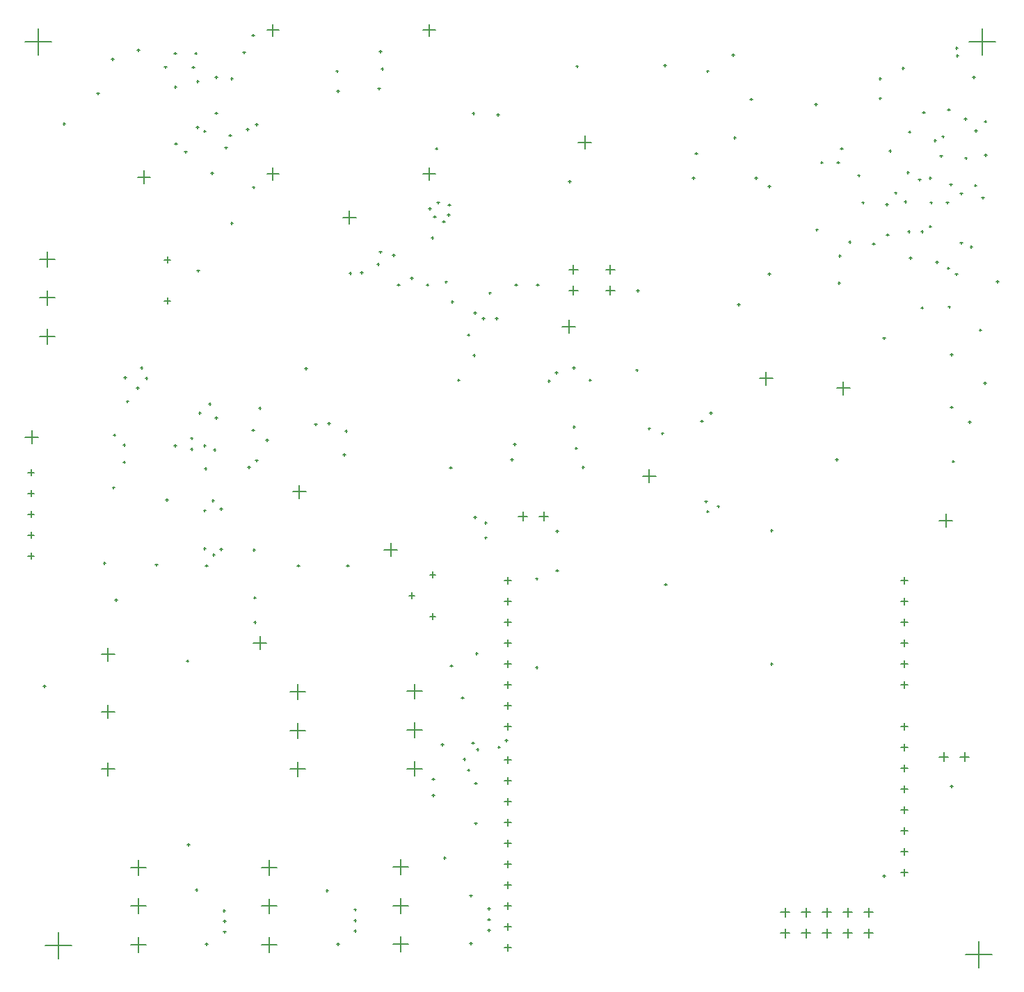
<source format=gbr>
%TF.GenerationSoftware,Altium Limited,Altium Designer,25.2.1 (25)*%
G04 Layer_Color=128*
%FSLAX45Y45*%
%MOMM*%
%TF.SameCoordinates,EF3F7739-EB0C-4DF3-8AA3-BEF7F1336093*%
%TF.FilePolarity,Positive*%
%TF.FileFunction,Drillmap*%
%TF.Part,Single*%
G01*
G75*
%TA.AperFunction,NonConductor*%
%ADD142C,0.12700*%
D142*
X10790500Y2609201D02*
X10875500D01*
X10833000Y2566700D02*
Y2651701D01*
X10790500Y2863201D02*
X10875500D01*
X10833000Y2820700D02*
Y2905701D01*
X5964500Y1186801D02*
X6049500D01*
X6007000Y1144300D02*
Y1229301D01*
X5964500Y424801D02*
X6049500D01*
X6007000Y382300D02*
Y467301D01*
X10790500Y3625201D02*
X10875500D01*
X10833000Y3582700D02*
Y3667701D01*
X5964500Y678801D02*
X6049500D01*
X6007000Y636300D02*
Y721301D01*
X5964500Y932801D02*
X6049500D01*
X6007000Y890300D02*
Y975301D01*
X5964500Y1440801D02*
X6049500D01*
X6007000Y1398300D02*
Y1483301D01*
X5964500Y1694801D02*
X6049500D01*
X6007000Y1652300D02*
Y1737301D01*
X5964500Y1948801D02*
X6049500D01*
X6007000Y1906300D02*
Y1991301D01*
X5964500Y2202801D02*
X6049500D01*
X6007000Y2160300D02*
Y2245301D01*
X5964500Y2456801D02*
X6049500D01*
X6007000Y2414300D02*
Y2499301D01*
X5964500Y3117201D02*
X6049500D01*
X6007000Y3074700D02*
Y3159701D01*
X5964500Y2710801D02*
X6049500D01*
X6007000Y2668300D02*
Y2753301D01*
X5964500Y3371201D02*
X6049500D01*
X6007000Y3328700D02*
Y3413701D01*
X5964500Y3625201D02*
X6049500D01*
X6007000Y3582700D02*
Y3667701D01*
X5964500Y3879201D02*
X6049500D01*
X6007000Y3836700D02*
Y3921701D01*
X5964500Y4133201D02*
X6049500D01*
X6007000Y4090700D02*
Y4175701D01*
X5964500Y4387201D02*
X6049500D01*
X6007000Y4344700D02*
Y4429701D01*
X5964500Y4641201D02*
X6049500D01*
X6007000Y4598700D02*
Y4683701D01*
X10790500Y4895201D02*
X10875500D01*
X10833000Y4852700D02*
Y4937701D01*
X5964500Y4895201D02*
X6049500D01*
X6007000Y4852700D02*
Y4937701D01*
X10790500Y4641201D02*
X10875500D01*
X10833000Y4598700D02*
Y4683701D01*
X10790500Y4387201D02*
X10875500D01*
X10833000Y4344700D02*
Y4429701D01*
X10790500Y4133201D02*
X10875500D01*
X10833000Y4090700D02*
Y4175701D01*
X10790500Y3879201D02*
X10875500D01*
X10833000Y3836700D02*
Y3921701D01*
X10790500Y3117201D02*
X10875500D01*
X10833000Y3074700D02*
Y3159701D01*
X10790500Y2355201D02*
X10875500D01*
X10833000Y2312700D02*
Y2397701D01*
X10790500Y2101201D02*
X10875500D01*
X10833000Y2058700D02*
Y2143701D01*
X10790500Y1847201D02*
X10875500D01*
X10833000Y1804700D02*
Y1889701D01*
X10790500Y1593201D02*
X10875500D01*
X10833000Y1550700D02*
Y1635701D01*
X10790500Y1339201D02*
X10875500D01*
X10833000Y1296700D02*
Y1381701D01*
X163425Y6214128D02*
X244425D01*
X203925Y6173627D02*
Y6254628D01*
X163425Y5960128D02*
X244425D01*
X203925Y5919627D02*
Y6000628D01*
X163425Y5706128D02*
X244425D01*
X203925Y5665627D02*
Y5746628D01*
X163425Y5452128D02*
X244425D01*
X203925Y5411627D02*
Y5492628D01*
X163425Y5198128D02*
X244425D01*
X203925Y5157627D02*
Y5238628D01*
X307425Y7870127D02*
X492425D01*
X399925Y7777627D02*
Y7962627D01*
X307425Y8340127D02*
X492425D01*
X399925Y8247627D02*
Y8432627D01*
X307425Y8810127D02*
X492425D01*
X399925Y8717627D02*
Y8902627D01*
X1417053Y1402178D02*
X1602053D01*
X1509553Y1309678D02*
Y1494678D01*
X1417053Y932178D02*
X1602053D01*
X1509553Y839678D02*
Y1024678D01*
X1417053Y462178D02*
X1602053D01*
X1509553Y369678D02*
Y554678D01*
X4777500Y3547732D02*
X4962500D01*
X4870000Y3455232D02*
Y3640232D01*
X4777500Y3077732D02*
X4962500D01*
X4870000Y2985232D02*
Y3170232D01*
X4777500Y2607732D02*
X4962500D01*
X4870000Y2515232D02*
Y2700232D01*
X4613128Y1408051D02*
X4798128D01*
X4705628Y1315551D02*
Y1500550D01*
X4613128Y938051D02*
X4798128D01*
X4705628Y845551D02*
Y1030551D01*
X4613128Y468051D02*
X4798128D01*
X4705628Y375551D02*
Y560551D01*
X3013128Y462151D02*
X3198127D01*
X3105628Y369651D02*
Y554651D01*
X3013128Y932151D02*
X3198127D01*
X3105628Y839651D02*
Y1024651D01*
X3013128Y1402151D02*
X3198127D01*
X3105628Y1309651D02*
Y1494651D01*
X3357500Y3540000D02*
X3542500D01*
X3450000Y3447500D02*
Y3632500D01*
X3357500Y3070000D02*
X3542500D01*
X3450000Y2977500D02*
Y3162500D01*
X3357500Y2600000D02*
X3542500D01*
X3450000Y2507500D02*
Y2692500D01*
X1060000Y2600000D02*
X1220000D01*
X1140000Y2520000D02*
Y2680000D01*
X1060000Y3300000D02*
X1220000D01*
X1140000Y3220000D02*
Y3380000D01*
X1060000Y4000000D02*
X1220000D01*
X1140000Y3920000D02*
Y4080000D01*
X1499925Y9810127D02*
X1659925D01*
X1579925Y9730127D02*
Y9890127D01*
X5055500Y4970000D02*
X5124500D01*
X5090000Y4935500D02*
Y5004500D01*
X4801500Y4716000D02*
X4870500D01*
X4836000Y4681500D02*
Y4750500D01*
X5055500Y4462000D02*
X5124500D01*
X5090000Y4427500D02*
Y4496500D01*
X10343000Y858233D02*
X10453000D01*
X10398000Y803233D02*
Y913233D01*
X10343000Y604233D02*
X10453000D01*
X10398000Y549233D02*
Y659233D01*
X10089000Y858233D02*
X10199000D01*
X10144000Y803233D02*
Y913233D01*
X10089000Y604233D02*
X10199000D01*
X10144000Y549233D02*
Y659233D01*
X9835000Y858233D02*
X9945000D01*
X9890000Y803233D02*
Y913233D01*
X9835000Y604233D02*
X9945000D01*
X9890000Y549233D02*
Y659233D01*
X9581000Y858233D02*
X9691000D01*
X9636000Y803233D02*
Y913233D01*
X9327000Y858233D02*
X9437000D01*
X9382000Y803233D02*
Y913233D01*
X9581000Y604233D02*
X9691000D01*
X9636000Y549233D02*
Y659233D01*
X9327000Y604233D02*
X9437000D01*
X9382000Y549233D02*
Y659233D01*
X9070000Y7360000D02*
X9230000D01*
X9150000Y7280000D02*
Y7440000D01*
X3075000Y9850000D02*
X3225000D01*
X3150000Y9775000D02*
Y9925000D01*
X3075000Y11600000D02*
X3225000D01*
X3150000Y11525000D02*
Y11675000D01*
X1824000Y8804000D02*
X1904000D01*
X1864000Y8764000D02*
Y8844000D01*
X1824000Y8304000D02*
X1904000D01*
X1864000Y8264000D02*
Y8344000D01*
X6670000Y7990000D02*
X6830000D01*
X6750000Y7910000D02*
Y8070000D01*
X4976700Y9850000D02*
X5126700D01*
X5051700Y9775000D02*
Y9925000D01*
X4976700Y11600000D02*
X5126700D01*
X5051700Y11525000D02*
Y11675000D01*
X4502746Y5272729D02*
X4662746D01*
X4582746Y5192729D02*
Y5352729D01*
X11260000Y5630000D02*
X11420000D01*
X11340000Y5550000D02*
Y5710000D01*
X4000000Y9320000D02*
X4160000D01*
X4080000Y9240000D02*
Y9400000D01*
X380000Y450000D02*
X700000D01*
X540000Y290000D02*
Y610000D01*
X11258000Y2750000D02*
X11368000D01*
X11313000Y2695000D02*
Y2805000D01*
X11512000Y2750000D02*
X11622000D01*
X11567000Y2695000D02*
Y2805000D01*
X2910000Y4140000D02*
X3070000D01*
X2990000Y4060000D02*
Y4220000D01*
X10010000Y7240000D02*
X10170000D01*
X10090000Y7160000D02*
Y7320000D01*
X6866000Y10236000D02*
X7026000D01*
X6946000Y10156000D02*
Y10316000D01*
X6751000Y8429000D02*
X6860999D01*
X6806000Y8374000D02*
Y8484000D01*
X6751000Y8683000D02*
X6860999D01*
X6806000Y8628000D02*
Y8738000D01*
X7201000Y8429000D02*
X7310999D01*
X7255999Y8374000D02*
Y8484000D01*
X7201000Y8683000D02*
X7310999D01*
X7255999Y8628000D02*
Y8738000D01*
X6390180Y5680420D02*
X6500180D01*
X6445180Y5625420D02*
Y5735420D01*
X6136181Y5680420D02*
X6246180D01*
X6191180Y5625420D02*
Y5735420D01*
X11620000Y11460000D02*
X11940000D01*
X11780000Y11300000D02*
Y11620000D01*
X3390000Y5980000D02*
X3550000D01*
X3470000Y5900000D02*
Y6060000D01*
X7650000Y6170000D02*
X7810000D01*
X7730000Y6090000D02*
Y6250000D01*
X11580000Y340000D02*
X11900000D01*
X11740000Y180000D02*
Y500000D01*
X133926Y6644127D02*
X293925D01*
X213925Y6564128D02*
Y6724127D01*
X130000Y11460000D02*
X450000D01*
X290000Y11300000D02*
Y11620000D01*
X9755000Y9170000D02*
X9785000D01*
X9770000Y9155000D02*
Y9185000D01*
X3915000Y11100000D02*
X3945000D01*
X3930000Y11085000D02*
Y11115000D01*
X3925000Y10860000D02*
X3955000D01*
X3940000Y10845000D02*
Y10875000D01*
X2975000Y7000000D02*
X3005000D01*
X2990000Y6985000D02*
Y7015000D01*
X3065000Y6610000D02*
X3095000D01*
X3080000Y6595000D02*
Y6625000D01*
X3535000Y7480000D02*
X3565000D01*
X3550000Y7465000D02*
Y7495000D01*
X5583580Y7640000D02*
X5613580D01*
X5598580Y7625000D02*
Y7655000D01*
X2894980Y6730000D02*
X2924980D01*
X2909980Y6715000D02*
Y6745000D01*
X7905000Y11170000D02*
X7935000D01*
X7920000Y11155000D02*
Y11185000D01*
X5875000Y10570000D02*
X5905000D01*
X5890000Y10555000D02*
Y10585000D01*
X5575000Y10590000D02*
X5605000D01*
X5590000Y10575000D02*
Y10605000D01*
X2635000Y11010000D02*
X2665000D01*
X2650000Y10995000D02*
Y11025000D01*
X4465000Y11130000D02*
X4495000D01*
X4480000Y11115000D02*
Y11145000D01*
X2196693Y11320000D02*
X2226693D01*
X2211693Y11305000D02*
Y11335000D01*
X1945000Y11320000D02*
X1975000D01*
X1960000Y11305000D02*
Y11335000D01*
X1828214Y11151047D02*
X1858214D01*
X1843214Y11136047D02*
Y11166047D01*
X6095000Y8500000D02*
X6125000D01*
X6110000Y8485000D02*
Y8515000D01*
X4445000Y8900000D02*
X4475000D01*
X4460000Y8885000D02*
Y8915000D01*
X4215000Y8650000D02*
X4245000D01*
X4230000Y8635000D02*
Y8665000D01*
X4075000Y8640000D02*
X4105000D01*
X4090000Y8625000D02*
Y8655000D01*
X4602576Y8860000D02*
X4632576D01*
X4617576Y8845000D02*
Y8875000D01*
X4415000Y8750000D02*
X4445000D01*
X4430000Y8735000D02*
Y8765000D01*
X5075000Y9070000D02*
X5105000D01*
X5090000Y9055000D02*
Y9085000D01*
X5015000Y8500000D02*
X5045000D01*
X5030000Y8485000D02*
Y8515000D01*
X5242948Y8535642D02*
X5272948D01*
X5257948Y8520642D02*
Y8550642D01*
X5318931Y8293575D02*
X5348931D01*
X5333931Y8278575D02*
Y8308575D01*
X5595000Y8160000D02*
X5625000D01*
X5610000Y8145000D02*
Y8175000D01*
X5775000Y8400000D02*
X5805000D01*
X5790000Y8385000D02*
Y8415000D01*
X5855000Y8090000D02*
X5885000D01*
X5870000Y8075000D02*
Y8105000D01*
X5695000Y8090000D02*
X5725000D01*
X5710000Y8075000D02*
Y8105000D01*
X6355000Y8500000D02*
X6385000D01*
X6370000Y8485000D02*
Y8515000D01*
X5515000Y7890000D02*
X5545000D01*
X5530000Y7875000D02*
Y7905000D01*
X6045000Y6370000D02*
X6075000D01*
X6060000Y6355000D02*
Y6385000D01*
X6825000Y6510000D02*
X6855000D01*
X6840000Y6495000D02*
Y6525000D01*
X6800283Y6767575D02*
X6830283D01*
X6815283Y6752575D02*
Y6782575D01*
X6910000Y6280000D02*
X6940000D01*
X6925000Y6265000D02*
Y6295000D01*
X6078563Y6558384D02*
X6108563D01*
X6093563Y6543384D02*
Y6573384D01*
X11395000Y2390000D02*
X11425000D01*
X11410000Y2375000D02*
Y2405000D01*
X5545000Y480000D02*
X5575000D01*
X5560000Y465000D02*
Y495000D01*
X2095000Y3920000D02*
X2125000D01*
X2110000Y3905000D02*
Y3935000D01*
X2105000Y1680000D02*
X2135000D01*
X2120000Y1665000D02*
Y1695000D01*
X2905000Y5270000D02*
X2935000D01*
X2920000Y5255000D02*
Y5285000D01*
X4825000Y8580000D02*
X4855000D01*
X4840000Y8565000D02*
Y8595000D01*
X4665000Y8500000D02*
X4695000D01*
X4680000Y8485000D02*
Y8515000D01*
X2315000Y6262359D02*
X2345000D01*
X2330000Y6247359D02*
Y6277359D01*
X1205000Y6670000D02*
X1235000D01*
X1220000Y6655000D02*
Y6685000D01*
X1325000Y6340000D02*
X1355000D01*
X1340000Y6325000D02*
Y6355000D01*
X1325000Y6550000D02*
X1355000D01*
X1340000Y6535000D02*
Y6565000D01*
X1845000Y5880000D02*
X1875000D01*
X1860000Y5865000D02*
Y5895000D01*
X1195000Y6030000D02*
X1225000D01*
X1210000Y6015000D02*
Y6045000D01*
X1365000Y7080000D02*
X1395000D01*
X1380000Y7065000D02*
Y7095000D01*
X1953987Y10219268D02*
X1983987D01*
X1968987Y10204268D02*
Y10234268D01*
X2072794Y10119718D02*
X2102794D01*
X2087794Y10104718D02*
Y10134718D01*
X2215000Y10420000D02*
X2245000D01*
X2230000Y10405000D02*
Y10435000D01*
X2305000Y10370000D02*
X2335000D01*
X2320000Y10355000D02*
Y10385000D01*
X2565000Y10170000D02*
X2595000D01*
X2580000Y10155000D02*
Y10185000D01*
X2445000Y11030000D02*
X2475000D01*
X2460000Y11015000D02*
Y11045000D01*
X595000Y10460000D02*
X625000D01*
X610000Y10445000D02*
Y10475000D01*
X1005000Y10830000D02*
X1035000D01*
X1020000Y10815000D02*
Y10845000D01*
X8425000Y5740000D02*
X8455000D01*
X8440000Y5725000D02*
Y5755000D01*
X7575000Y8430000D02*
X7605000D01*
X7590000Y8415000D02*
Y8445000D01*
X8805000Y8260000D02*
X8835000D01*
X8820000Y8245000D02*
Y8275000D01*
X9175000Y8630000D02*
X9205000D01*
X9190000Y8615000D02*
Y8645000D01*
X10875000Y9150000D02*
X10905000D01*
X10890000Y9135000D02*
Y9165000D01*
X10605000Y9480000D02*
X10635000D01*
X10620000Y9465000D02*
Y9495000D01*
X11365000Y8230000D02*
X11395000D01*
X11380000Y8215000D02*
Y8245000D01*
X11515000Y9610000D02*
X11545000D01*
X11530000Y9595000D02*
Y9625000D01*
X11515000Y9010000D02*
X11545000D01*
X11530000Y8995000D02*
Y9025000D01*
X11635000Y8960000D02*
X11665000D01*
X11650000Y8945000D02*
Y8975000D01*
X11385000Y9720000D02*
X11415000D01*
X11400000Y9705000D02*
Y9735000D01*
X11685000Y9710000D02*
X11715000D01*
X11700000Y9695000D02*
Y9725000D01*
X11775000Y9560000D02*
X11805000D01*
X11790000Y9545000D02*
Y9575000D01*
X11145000Y9500000D02*
X11175000D01*
X11160000Y9485000D02*
Y9515000D01*
X11345000Y9500000D02*
X11375000D01*
X11360000Y9485000D02*
Y9515000D01*
X10831967Y9513033D02*
X10861967D01*
X10846967Y9498033D02*
Y9528033D01*
X11135000Y9800000D02*
X11165000D01*
X11150000Y9785000D02*
Y9815000D01*
X11003299Y9780000D02*
X11033299D01*
X11018299Y9765000D02*
Y9795000D01*
X10865000Y9870000D02*
X10895000D01*
X10880000Y9855000D02*
Y9885000D01*
X10713442Y9619887D02*
X10743442D01*
X10728442Y9604887D02*
Y9634887D01*
X11805000Y10490000D02*
X11835000D01*
X11820000Y10475000D02*
Y10505000D01*
X11456695Y11384636D02*
X11486695D01*
X11471695Y11369636D02*
Y11399636D01*
X11465000Y11290000D02*
X11495000D01*
X11480000Y11275000D02*
Y11305000D01*
X10525000Y11010000D02*
X10555000D01*
X10540000Y10995000D02*
Y11025000D01*
X10525000Y10770000D02*
X10555000D01*
X10540000Y10755000D02*
Y10785000D01*
X9745000Y10700000D02*
X9775000D01*
X9760000Y10685000D02*
Y10715000D01*
X8735000Y11300000D02*
X8765000D01*
X8750000Y11285000D02*
Y11315000D01*
X8425000Y11100000D02*
X8455000D01*
X8440000Y11085000D02*
Y11115000D01*
X9015000Y9800000D02*
X9045000D01*
X9030000Y9785000D02*
Y9815000D01*
X8755000Y10290000D02*
X8785000D01*
X8770000Y10275000D02*
Y10305000D01*
X8285000Y10100000D02*
X8315000D01*
X8300000Y10085000D02*
Y10115000D01*
X8255000Y9800000D02*
X8285000D01*
X8270000Y9785000D02*
Y9815000D01*
X10055000Y10160000D02*
X10085000D01*
X10070000Y10145000D02*
Y10175000D01*
X10265000Y9830000D02*
X10295000D01*
X10280000Y9815000D02*
Y9845000D01*
X10315000Y9500000D02*
X10345000D01*
X10330000Y9485000D02*
Y9515000D01*
X10155000Y9020000D02*
X10185000D01*
X10170000Y9005000D02*
Y9035000D01*
X10445000Y9000000D02*
X10475000D01*
X10460000Y8985000D02*
Y9015000D01*
X10035000Y8850000D02*
X10065000D01*
X10050000Y8835000D02*
Y8865000D01*
X10025000Y8520000D02*
X10055000D01*
X10040000Y8505000D02*
Y8535000D01*
X10575000Y7850000D02*
X10605000D01*
X10590000Y7835000D02*
Y7865000D01*
X11395000Y7650000D02*
X11425000D01*
X11410000Y7635000D02*
Y7665000D01*
X11395000Y7010000D02*
X11425000D01*
X11410000Y6995000D02*
Y7025000D01*
X11415000Y6350000D02*
X11445000D01*
X11430000Y6335000D02*
Y6365000D01*
X6995000Y7340000D02*
X7025000D01*
X7010000Y7325000D02*
Y7355000D01*
X8465000Y6940000D02*
X8495000D01*
X8480000Y6925000D02*
Y6955000D01*
X8355000Y6840000D02*
X8385000D01*
X8370000Y6825000D02*
Y6855000D01*
X7875000Y6690000D02*
X7905000D01*
X7890000Y6675000D02*
Y6705000D01*
X4005000Y6430000D02*
X4035000D01*
X4020000Y6415000D02*
Y6445000D01*
X4025000Y6720000D02*
X4055000D01*
X4040000Y6705000D02*
Y6735000D01*
X3655000Y6800000D02*
X3685000D01*
X3670000Y6785000D02*
Y6815000D01*
X3815000Y6810000D02*
X3845000D01*
X3830000Y6795000D02*
Y6825000D01*
X2845000Y6280000D02*
X2875000D01*
X2860000Y6265000D02*
Y6295000D01*
X2935000Y6360000D02*
X2965000D01*
X2950000Y6345000D02*
Y6375000D01*
X1945000Y6540000D02*
X1975000D01*
X1960000Y6525000D02*
Y6555000D01*
X2145000Y6630000D02*
X2175000D01*
X2160000Y6615000D02*
Y6645000D01*
X4045000Y5080000D02*
X4075000D01*
X4060000Y5065000D02*
Y5095000D01*
X3445000Y5080000D02*
X3475000D01*
X3460000Y5065000D02*
Y5095000D01*
X2913925Y4690557D02*
X2943925D01*
X2928925Y4675557D02*
Y4705557D01*
X1225000Y4660000D02*
X1255000D01*
X1240000Y4645000D02*
Y4675000D01*
X1085000Y5110000D02*
X1115000D01*
X1100000Y5095000D02*
Y5125000D01*
X2325000Y5080000D02*
X2355000D01*
X2340000Y5065000D02*
Y5095000D01*
X1715000Y5090000D02*
X1745000D01*
X1730000Y5075000D02*
Y5105000D01*
X5195000Y2900000D02*
X5225000D01*
X5210000Y2885000D02*
Y2915000D01*
X5465000Y2720000D02*
X5495000D01*
X5480000Y2705000D02*
Y2735000D01*
X5605000Y2430000D02*
X5635000D01*
X5620000Y2415000D02*
Y2445000D01*
X5515000Y2590000D02*
X5545000D01*
X5530000Y2575000D02*
Y2605000D01*
X5545000Y1060000D02*
X5575000D01*
X5560000Y1045000D02*
Y1075000D01*
X3795000Y1120000D02*
X3825000D01*
X3810000Y1105000D02*
Y1135000D01*
X5765000Y900000D02*
X5795000D01*
X5780000Y885000D02*
Y915000D01*
X5765000Y770000D02*
X5795000D01*
X5780000Y755000D02*
Y785000D01*
X5765000Y640000D02*
X5795000D01*
X5780000Y625000D02*
Y655000D01*
X4135000Y890000D02*
X4165000D01*
X4150000Y875000D02*
Y905000D01*
X4135000Y630000D02*
X4165000D01*
X4150000Y615000D02*
Y645000D01*
X4135000Y760000D02*
X4165000D01*
X4150000Y745000D02*
Y775000D01*
X3925000Y470000D02*
X3955000D01*
X3940000Y455000D02*
Y485000D01*
X2541460Y874776D02*
X2571460D01*
X2556460Y859776D02*
Y889776D01*
X2325000Y470000D02*
X2355000D01*
X2340000Y455000D02*
Y485000D01*
X2545000Y620000D02*
X2575000D01*
X2560000Y605000D02*
Y635000D01*
X2545000Y750000D02*
X2575000D01*
X2560000Y735000D02*
Y765000D01*
X2205000Y1130000D02*
X2235000D01*
X2220000Y1115000D02*
Y1145000D01*
X7715000Y6750000D02*
X7745000D01*
X7730000Y6735000D02*
Y6765000D01*
X2145000Y6500000D02*
X2175000D01*
X2160000Y6485000D02*
Y6515000D01*
X2305000Y6540000D02*
X2335000D01*
X2320000Y6525000D02*
Y6555000D01*
X10575000Y1300000D02*
X10605000D01*
X10590000Y1285000D02*
Y1315000D01*
X5305000Y3860000D02*
X5335000D01*
X5320000Y3845000D02*
Y3875000D01*
X5595000Y5670000D02*
X5625000D01*
X5610000Y5655000D02*
Y5685000D01*
X5615000Y4010000D02*
X5645000D01*
X5630000Y3995000D02*
Y4025000D01*
X11745000Y7950000D02*
X11775000D01*
X11760000Y7935000D02*
Y7965000D01*
X11811116Y10078890D02*
X11841116D01*
X11826116Y10063890D02*
Y10093890D01*
X11568535Y10043536D02*
X11598535D01*
X11583535Y10028536D02*
Y10058536D01*
X11565000Y10520000D02*
X11595000D01*
X11580000Y10505000D02*
Y10535000D01*
X10015000Y9990000D02*
X10045000D01*
X10030000Y9975000D02*
Y10005000D01*
X7915000Y4850000D02*
X7945000D01*
X7930000Y4835000D02*
Y4865000D01*
X11193737Y10259500D02*
X11223737D01*
X11208737Y10244500D02*
Y10274500D01*
X5395000Y7340000D02*
X5425000D01*
X5410000Y7325000D02*
Y7355000D01*
X11355000Y8702300D02*
X11385000D01*
X11370000Y8687300D02*
Y8717300D01*
X11215000Y8775000D02*
X11245000D01*
X11230000Y8760000D02*
Y8790000D01*
X10895000Y8825434D02*
X10925000D01*
X10910000Y8810434D02*
Y8840434D01*
X11955000Y8540000D02*
X11985000D01*
X11970000Y8525000D02*
Y8555000D01*
X11615000Y6830000D02*
X11645000D01*
X11630000Y6815000D02*
Y6845000D01*
X11290017Y10304509D02*
X11320016D01*
X11305017Y10289510D02*
Y10319509D01*
X11035000Y9150000D02*
X11065000D01*
X11050000Y9135000D02*
Y9165000D01*
X10804000Y11137929D02*
X10834000D01*
X10819000Y11122929D02*
Y11152929D01*
X5125000Y10160000D02*
X5155000D01*
X5140000Y10145000D02*
Y10175000D01*
X1185000Y11250000D02*
X1215000D01*
X1200000Y11235000D02*
Y11265000D01*
X1495000Y11360000D02*
X1525000D01*
X1510000Y11345000D02*
Y11375000D01*
X6585000Y7430000D02*
X6615000D01*
X6600000Y7415000D02*
Y7445000D01*
X6795000Y7490000D02*
X6825000D01*
X6810000Y7475000D02*
Y7505000D01*
X6345000Y4920000D02*
X6375000D01*
X6360000Y4905000D02*
Y4935000D01*
X6345000Y3840000D02*
X6375000D01*
X6360000Y3825000D02*
Y3855000D01*
X5885000Y2870000D02*
X5915000D01*
X5900000Y2855000D02*
Y2885000D01*
X5625000Y2840000D02*
X5655000D01*
X5640000Y2825000D02*
Y2855000D01*
X5440387Y3471219D02*
X5470387D01*
X5455387Y3456219D02*
Y3486219D01*
X5567911Y2920000D02*
X5597911D01*
X5582911Y2905000D02*
Y2935000D01*
X5975000Y2950000D02*
X6005000D01*
X5990000Y2935000D02*
Y2965000D01*
X2405000Y5870000D02*
X2435000D01*
X2420000Y5855000D02*
Y5885000D01*
X2415000Y5210000D02*
X2445000D01*
X2430000Y5195000D02*
Y5225000D01*
X2505000Y5770000D02*
X2535000D01*
X2520000Y5755000D02*
Y5785000D01*
X2305000Y5750000D02*
X2335000D01*
X2320000Y5735000D02*
Y5765000D01*
X2505000Y5280000D02*
X2535000D01*
X2520000Y5265000D02*
Y5295000D01*
X2305116Y5287971D02*
X2335116D01*
X2320116Y5272971D02*
Y5302971D01*
X9995000Y6371842D02*
X10025000D01*
X10010000Y6356842D02*
Y6386842D01*
X6835000Y11160000D02*
X6865000D01*
X6850000Y11145000D02*
Y11175000D01*
X8555000Y5800000D02*
X8585000D01*
X8570000Y5785000D02*
Y5815000D01*
X9205000Y5510000D02*
X9235000D01*
X9220000Y5495000D02*
Y5525000D01*
X2615000Y10320000D02*
X2645000D01*
X2630000Y10305000D02*
Y10335000D01*
X6595000Y5020000D02*
X6625000D01*
X6610000Y5005000D02*
Y5035000D01*
X6595000Y5500000D02*
X6625000D01*
X6610000Y5485000D02*
Y5515000D01*
X6495000Y7330000D02*
X6525000D01*
X6510000Y7315000D02*
Y7345000D01*
X5300000Y6273587D02*
X5330000D01*
X5315000Y6258587D02*
Y6288587D01*
X5275000Y9350000D02*
X5305000D01*
X5290000Y9335000D02*
Y9365000D01*
X5281881Y9474082D02*
X5311881D01*
X5296881Y9459082D02*
Y9489082D01*
X5215000Y9270000D02*
X5245000D01*
X5230000Y9255000D02*
Y9285000D01*
X5145000Y9500000D02*
X5175000D01*
X5160000Y9485000D02*
Y9515000D01*
X5105000Y9330000D02*
X5135000D01*
X5120000Y9315000D02*
Y9345000D01*
X5045000Y9430000D02*
X5075000D01*
X5060000Y9415000D02*
Y9445000D01*
X6745000Y9760000D02*
X6775000D01*
X6760000Y9745000D02*
Y9775000D01*
X11055000Y10600000D02*
X11085000D01*
X11070000Y10585000D02*
Y10615000D01*
X10882737Y10362962D02*
X10912737D01*
X10897737Y10347962D02*
Y10377962D01*
X11454465Y8629037D02*
X11484465D01*
X11469465Y8614037D02*
Y8644037D01*
X7565000Y7460000D02*
X7595000D01*
X7580000Y7445000D02*
Y7475000D01*
X2365000Y7050000D02*
X2395000D01*
X2380000Y7035000D02*
Y7065000D01*
X2445000Y6880000D02*
X2475000D01*
X2460000Y6865000D02*
Y6895000D01*
X2245000Y6940000D02*
X2275000D01*
X2260000Y6925000D02*
Y6955000D01*
X1535000Y7490000D02*
X1565000D01*
X1550000Y7475000D02*
Y7505000D01*
X1595000Y7360000D02*
X1625000D01*
X1610000Y7345000D02*
Y7375000D01*
X1335000Y7370000D02*
X1365000D01*
X1350000Y7355000D02*
Y7385000D01*
X1487496Y7244324D02*
X1517496D01*
X1502496Y7229324D02*
Y7259324D01*
X355000Y3610000D02*
X385000D01*
X370000Y3595000D02*
Y3625000D01*
X9205000Y3880000D02*
X9235000D01*
X9220000Y3865000D02*
Y3895000D01*
X5225102Y1520000D02*
X5255102D01*
X5240102Y1505000D02*
Y1535000D01*
X5085000Y2480000D02*
X5115000D01*
X5100000Y2465000D02*
Y2495000D01*
X5085000Y2280000D02*
X5115000D01*
X5100000Y2265000D02*
Y2295000D01*
X5605000Y1940000D02*
X5635000D01*
X5620000Y1925000D02*
Y1955000D01*
X2915000Y4390000D02*
X2945000D01*
X2930000Y4375000D02*
Y4405000D01*
X8955000Y10760000D02*
X8985000D01*
X8970000Y10745000D02*
Y10775000D01*
X11135000Y9210000D02*
X11165000D01*
X11150000Y9195000D02*
Y9225000D01*
X1948201Y10907541D02*
X1978201D01*
X1963201Y10892541D02*
Y10922541D01*
X2934925Y10450127D02*
X2964925D01*
X2949925Y10435127D02*
Y10465127D01*
X2635000Y9250000D02*
X2665000D01*
X2650000Y9235000D02*
Y9265000D01*
X8405000Y5860000D02*
X8435000D01*
X8420000Y5845000D02*
Y5875000D01*
X9815000Y9990000D02*
X9845000D01*
X9830000Y9975000D02*
Y10005000D01*
X5725000Y5420000D02*
X5755000D01*
X5740000Y5405000D02*
Y5435000D01*
X5725000Y5600000D02*
X5755000D01*
X5740000Y5585000D02*
Y5615000D01*
X11358446Y10633087D02*
X11388446D01*
X11373446Y10618087D02*
Y10648087D01*
X11265000Y10068866D02*
X11295000D01*
X11280000Y10053866D02*
Y10083866D01*
X11035000Y8220000D02*
X11065000D01*
X11050000Y8205000D02*
Y8235000D01*
X9175000Y9700000D02*
X9205000D01*
X9190000Y9685000D02*
Y9715000D01*
X10615000Y9110000D02*
X10645000D01*
X10630000Y9095000D02*
Y9125000D01*
X10645000Y10130000D02*
X10675000D01*
X10660000Y10115000D02*
Y10145000D01*
X11665000Y11030000D02*
X11695000D01*
X11680000Y11015000D02*
Y11045000D01*
X2224925Y8671294D02*
X2254925D01*
X2239925Y8656294D02*
Y8686294D01*
X2425000Y6490000D02*
X2455000D01*
X2440000Y6475000D02*
Y6505000D01*
X11799000Y7304000D02*
X11829000D01*
X11814000Y7289000D02*
Y7319000D01*
X11689000Y10374000D02*
X11719000D01*
X11704000Y10359000D02*
Y10389000D01*
X2825503Y10395127D02*
X2855503D01*
X2840503Y10380127D02*
Y10410127D01*
X2444921Y10590105D02*
X2474921D01*
X2459921Y10575105D02*
Y10605105D01*
X4424925Y10890127D02*
X4454925D01*
X4439925Y10875127D02*
Y10905127D01*
X4445000Y11340000D02*
X4475000D01*
X4460000Y11325000D02*
Y11355000D01*
X2395000Y9860000D02*
X2425000D01*
X2410000Y9845000D02*
Y9875000D01*
X2898200Y9687836D02*
X2928200D01*
X2913200Y9672836D02*
Y9702836D01*
X2220000Y10975000D02*
X2250000D01*
X2235000Y10960000D02*
Y10990000D01*
X2785000Y11330000D02*
X2815000D01*
X2800000Y11315000D02*
Y11345000D01*
X2165000Y11150000D02*
X2195000D01*
X2180000Y11135000D02*
Y11165000D01*
X2895000Y11540000D02*
X2925000D01*
X2910000Y11525000D02*
Y11555000D01*
%TF.MD5,f0bf04536aebefee8480733376387434*%
M02*

</source>
